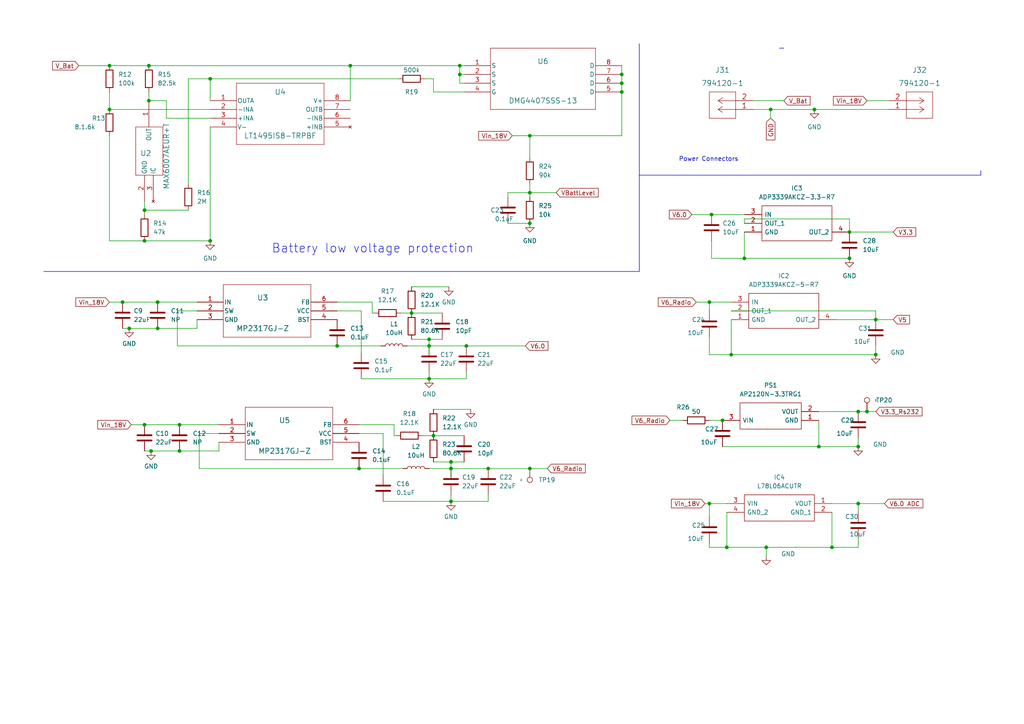
<source format=kicad_sch>
(kicad_sch (version 20231120) (generator "eeschema") (generator_version "8.0")
  (paper "A4")
  (title_block (title "LASSITOS power + connections") (date "2023-02-26") (rev "V1") (company "by Achille Capelli"))
  (lib_symbols
    (symbol "794120-1:794120-1" (pin_names (offset 0.254) hide)
      (property "Reference" "J" (at 8.89 6.35 0))
      (property "Value" "794120-1" (at 10.16 0 0))
      (symbol "794120-1_1_1"
        (polyline (pts (xy 5.08 -5.08) (xy 12.7 -5.08)) (stroke (width 0.127)))
        (polyline (pts (xy 5.08 2.54) (xy 5.08 -5.08)) (stroke (width 0.127)))
        (polyline (pts (xy 10.16 -2.54) (xy 5.08 -2.54)) (stroke (width 0.127)))
        (polyline (pts (xy 10.16 -2.54) (xy 8.89 -3.3782)) (stroke (width 0.127)))
        (polyline (pts (xy 10.16 -2.54) (xy 8.89 -1.7018)) (stroke (width 0.127)))
        (polyline (pts (xy 10.16 0) (xy 5.08 0)) (stroke (width 0.127)))
        (polyline (pts (xy 10.16 0) (xy 8.89 -0.8382)) (stroke (width 0.127)))
        (polyline (pts (xy 10.16 0) (xy 8.89 0.8382)) (stroke (width 0.127)))
        (polyline (pts (xy 12.7 -5.08) (xy 12.7 2.54)) (stroke (width 0.127)))
        (polyline (pts (xy 12.7 2.54) (xy 5.08 2.54)) (stroke (width 0.127)))
        (pin unspecified line (at 0 0 0) (length 5.08) (name "1") (number "1"))
        (pin unspecified line (at 0 -2.54 0) (length 5.08) (name "2") (number "2"))
      )
    )
    (symbol "Connector:TestPoint" (pin_numbers hide) (pin_names (offset 0.762) hide)
      (property "Reference" "TP" (at 0 6.858 0))
      (property "Value" "TestPoint" (at 0 5.08 0))
      (symbol "TestPoint_0_1"
        (circle (center 0 3.302) (radius 0.762))
      )
      (symbol "TestPoint_1_1"
        (pin passive line (at 0 0 90) (length 2.54) (name "1") (number "1"))
      )
    )
    (symbol "DMG4407SSS:DMG4407SSS-13" (pin_names (offset 0.254))
      (property "Reference" "U" (at 22.86 10.16 0))
      (property "Value" "DMG4407SSS-13" (at 22.86 7.62 0))
      (symbol "DMG4407SSS-13_0_1"
        (polyline (pts (xy 7.62 -12.7) (xy 38.1 -12.7)) (stroke (width 0.127)))
        (polyline (pts (xy 7.62 5.08) (xy 7.62 -12.7)) (stroke (width 0.127)))
        (polyline (pts (xy 38.1 -12.7) (xy 38.1 5.08)) (stroke (width 0.127)))
        (polyline (pts (xy 38.1 5.08) (xy 7.62 5.08)) (stroke (width 0.127)))
        (pin unspecified line (at 0 0 0) (length 7.62) (name "S") (number "1"))
        (pin unspecified line (at 0 -2.54 0) (length 7.62) (name "S") (number "2"))
        (pin unspecified line (at 0 -5.08 0) (length 7.62) (name "S") (number "3"))
        (pin unspecified line (at 0 -7.62 0) (length 7.62) (name "G") (number "4"))
        (pin unspecified line (at 45.72 -7.62 180) (length 7.62) (name "D") (number "5"))
        (pin unspecified line (at 45.72 -5.08 180) (length 7.62) (name "D") (number "6"))
        (pin unspecified line (at 45.72 -2.54 180) (length 7.62) (name "D") (number "7"))
        (pin unspecified line (at 45.72 0 180) (length 7.62) (name "D") (number "8"))
      )
    )
    (symbol "Device:C" (pin_numbers hide) (pin_names (offset 0.254))
      (property "Reference" "C" (at 0.635 2.54 0))
      (property "Value" "C" (at 0.635 -2.54 0))
      (symbol "C_0_1"
        (polyline (pts (xy -2.032 -0.762) (xy 2.032 -0.762)) (stroke (width 0.508)))
        (polyline (pts (xy -2.032 0.762) (xy 2.032 0.762)) (stroke (width 0.508)))
      )
      (symbol "C_1_1"
        (pin passive line (at 0 3.81 270) (length 2.794) (name "~") (number "1"))
        (pin passive line (at 0 -3.81 90) (length 2.794) (name "~") (number "2"))
      )
    )
    (symbol "Device:L" (pin_numbers hide) (pin_names (offset 1.016) hide)
      (property "Reference" "L" (at -1.27 0 90))
      (property "Value" "L" (at 1.905 0 90))
      (symbol "L_0_1"
        (arc (start 0 -2.54) (mid 0.6323 -1.905) (end 0 -1.27))
        (arc (start 0 -1.27) (mid 0.6323 -0.635) (end 0 0))
        (arc (start 0 0) (mid 0.6323 0.635) (end 0 1.27))
        (arc (start 0 1.27) (mid 0.6323 1.905) (end 0 2.54))
      )
      (symbol "L_1_1"
        (pin passive line (at 0 3.81 270) (length 1.27) (name "1") (number "1"))
        (pin passive line (at 0 -3.81 90) (length 1.27) (name "2") (number "2"))
      )
    )
    (symbol "Device:R" (pin_numbers hide) (pin_names (offset 0))
      (property "Reference" "R" (at 2.032 0 90))
      (property "Value" "R" (at 0 0 90))
      (symbol "R_0_1"
        (rectangle (start -1.016 -2.54) (end 1.016 2.54) (stroke (width 0.254)))
      )
      (symbol "R_1_1"
        (pin passive line (at 0 3.81 270) (length 1.27) (name "~") (number "1"))
        (pin passive line (at 0 -3.81 90) (length 1.27) (name "~") (number "2"))
      )
    )
    (symbol "LT1495IS8:LT1495IS8-TRPBF" (pin_names (offset 0.254))
      (property "Reference" "U" (at 20.32 10.16 0))
      (property "Value" "LT1495IS8-TRPBF" (at 20.32 7.62 0))
      (symbol "LT1495IS8-TRPBF_0_1"
        (polyline (pts (xy 7.62 -12.7) (xy 33.02 -12.7)) (stroke (width 0.127)))
        (polyline (pts (xy 7.62 5.08) (xy 7.62 -12.7)) (stroke (width 0.127)))
        (polyline (pts (xy 33.02 -12.7) (xy 33.02 5.08)) (stroke (width 0.127)))
        (polyline (pts (xy 33.02 5.08) (xy 7.62 5.08)) (stroke (width 0.127)))
        (pin output line (at 0 0 0) (length 7.62) (name "OUTA") (number "1"))
        (pin input line (at 0 -2.54 0) (length 7.62) (name "-INA") (number "2"))
        (pin input line (at 0 -5.08 0) (length 7.62) (name "+INA") (number "3"))
        (pin power_in line (at 0 -7.62 0) (length 7.62) (name "V-") (number "4"))
        (pin no_connect line (at 40.64 -7.62 180) (length 7.62) (name "+INB") (number "5"))
        (pin output line (at 40.64 -5.08 180) (length 7.62) (name "-INB") (number "6"))
        (pin output line (at 40.64 -2.54 180) (length 7.62) (name "OUTB") (number "7"))
        (pin power_in line (at 40.64 0 180) (length 7.62) (name "V+") (number "8"))
      )
    )
    (symbol "MAX6007AEUR:MAX6007AEUR+T" (pin_names (offset 0.254))
      (property "Reference" "U?" (at 6.35 -26.67 90))
      (property "Value" "MAX6007AEUR+T" (at 6.35 -30.48 90))
      (symbol "MAX6007AEUR+T_0_1"
        (polyline (pts (xy 7.62 -3.81) (xy 21.59 -3.81)) (stroke (width 0.127)))
        (polyline (pts (xy 7.62 4.064) (xy 7.62 -3.81)) (stroke (width 0.127)))
        (polyline (pts (xy 21.59 -3.81) (xy 21.59 4.064)) (stroke (width 0.127)))
        (polyline (pts (xy 21.59 4.064) (xy 7.62 4.064)) (stroke (width 0.127)))
        (pin unspecified line (at 0 0 0) (length 7.62) (name "OUT") (number "1"))
        (pin power_in line (at 29.21 -1.27 180) (length 7.62) (name "GND") (number "2"))
        (pin no_connect line (at 29.21 1.27 180) (length 7.62) (name "IC") (number "3"))
      )
    )
    (symbol "MP2317GJ:MP2317GJ-Z" (pin_names (offset 0.254))
      (property "Reference" "U" (at 20.32 10.16 0))
      (property "Value" "MP2317GJ-Z" (at 20.32 7.62 0))
      (symbol "MP2317GJ-Z_0_1"
        (polyline (pts (xy 7.62 -10.16) (xy 33.02 -10.16)) (stroke (width 0.127)))
        (polyline (pts (xy 7.62 5.08) (xy 7.62 -10.16)) (stroke (width 0.127)))
        (polyline (pts (xy 33.02 -10.16) (xy 33.02 5.08)) (stroke (width 0.127)))
        (polyline (pts (xy 33.02 5.08) (xy 7.62 5.08)) (stroke (width 0.127)))
        (pin power_in line (at 0 0 0) (length 7.62) (name "IN") (number "1"))
        (pin output line (at 0 -2.54 0) (length 7.62) (name "SW") (number "2"))
        (pin power_out line (at 0 -5.08 0) (length 7.62) (name "GND") (number "3"))
        (pin unspecified line (at 40.64 -5.08 180) (length 7.62) (name "BST") (number "4"))
        (pin power_in line (at 40.64 -2.54 180) (length 7.62) (name "VCC") (number "5"))
        (pin output line (at 40.64 0 180) (length 7.62) (name "FB") (number "6"))
      )
    )
    (symbol "SamacSys_Parts:ADP3339AKCZ-3.3-R7" (pin_names (offset 0.762))
      (property "Reference" "IC" (at 26.67 7.62 0))
      (property "Value" "ADP3339AKCZ-3.3-R7" (at 26.67 5.08 0))
      (symbol "ADP3339AKCZ-3.3-R7_0_0"
        (pin passive line (at 0 0 0) (length 5.08) (name "GND") (number "1"))
        (pin passive line (at 0 -2.54 0) (length 5.08) (name "OUT_1") (number "2"))
        (pin passive line (at 0 -5.08 0) (length 5.08) (name "IN") (number "3"))
        (pin passive line (at 30.48 0 180) (length 5.08) (name "OUT_2") (number "4"))
      )
      (symbol "ADP3339AKCZ-3.3-R7_0_1"
        (polyline (pts (xy 5.08 2.54) (xy 25.4 2.54) (xy 25.4 -7.62) (xy 5.08 -7.62) (xy 5.08 2.54)) (stroke (width 0.1524)))
      )
    )
    (symbol "SamacSys_Parts:AP2120N-3.3TRG1" (pin_names (offset 0.762))
      (property "Reference" "PS" (at 24.13 7.62 0))
      (property "Value" "AP2120N-3.3TRG1" (at 24.13 5.08 0))
      (symbol "AP2120N-3.3TRG1_0_0"
        (pin passive line (at 0 0 0) (length 5.08) (name "GND") (number "1"))
        (pin passive line (at 0 -2.54 0) (length 5.08) (name "VOUT") (number "2"))
        (pin passive line (at 27.94 0 180) (length 5.08) (name "VIN") (number "3"))
      )
      (symbol "AP2120N-3.3TRG1_0_1"
        (polyline (pts (xy 5.08 2.54) (xy 22.86 2.54) (xy 22.86 -5.08) (xy 5.08 -5.08) (xy 5.08 2.54)) (stroke (width 0.1524)))
      )
    )
    (symbol "SamacSys_Parts:L78L06ACUTR" (pin_names (offset 0.762))
      (property "Reference" "IC" (at 26.67 7.62 0))
      (property "Value" "L78L06ACUTR" (at 26.67 5.08 0))
      (symbol "L78L06ACUTR_0_0"
        (pin passive line (at 0 0 0) (length 5.08) (name "VOUT") (number "1"))
        (pin passive line (at 0 -2.54 0) (length 5.08) (name "GND_1") (number "2"))
        (pin passive line (at 30.48 0 180) (length 5.08) (name "VIN") (number "3"))
        (pin passive line (at 30.48 -2.54 180) (length 5.08) (name "GND_2") (number "4"))
      )
      (symbol "L78L06ACUTR_0_1"
        (polyline (pts (xy 5.08 2.54) (xy 25.4 2.54) (xy 25.4 -5.08) (xy 5.08 -5.08) (xy 5.08 2.54)) (stroke (width 0.1524)))
      )
    )
    (symbol "power:GND" (power) (pin_names (offset 0))
      (property "Value" "GND" (at 0 -3.81 0))
      (symbol "GND_0_1"
        (polyline (pts (xy 0 0) (xy 0 -1.27) (xy 1.27 -1.27) (xy 0 -2.54) (xy -1.27 -1.27) (xy 0 -1.27)))
      )
      (symbol "GND_1_1"
        (pin power_in line (at 0 0 270) (length 0) hide (name "GND") (number "1"))
      )
    )
  )
  (junction (at 153.67 135.89))
  (junction (at 246.38 67.31))
  (junction (at 43.18 29.21))
  (junction (at 124.46 109.855))
  (junction (at 52.07 130.81))
  (junction (at 223.52 31.75))
  (junction (at 153.67 64.77))
  (junction (at 180.34 26.67))
  (junction (at 254 102.87))
  (junction (at 43.18 19.05))
  (junction (at 101.6 19.05))
  (junction (at 133.35 19.05))
  (junction (at 37.465 95.25))
  (junction (at 119.38 90.805))
  (junction (at 248.92 146.05))
  (junction (at 241.3 158.75))
  (junction (at 180.34 24.13))
  (junction (at 104.14 135.89))
  (junction (at 31.75 19.05))
  (junction (at 246.38 74.93))
  (junction (at 125.73 126.365))
  (junction (at 251.46 119.38))
  (junction (at 254 92.71))
  (junction (at 141.605 135.89))
  (junction (at 124.46 100.33))
  (junction (at 41.91 123.19))
  (junction (at 130.81 135.89))
  (junction (at 43.815 130.81))
  (junction (at 248.92 129.54))
  (junction (at 237.49 129.54))
  (junction (at 153.67 39.37))
  (junction (at 130.81 133.985))
  (junction (at 205.74 146.05))
  (junction (at 130.81 145.415))
  (junction (at 205.74 87.63))
  (junction (at 248.92 119.38))
  (junction (at 97.79 100.33))
  (junction (at 35.56 87.63))
  (junction (at 133.35 21.59))
  (junction (at 215.9 74.93))
  (junction (at 206.375 62.23))
  (junction (at 41.91 60.96))
  (junction (at 60.96 22.86))
  (junction (at 209.55 121.92))
  (junction (at 60.96 69.85))
  (junction (at 236.22 31.75))
  (junction (at 52.07 123.19))
  (junction (at 45.72 87.63))
  (junction (at 135.255 100.33))
  (junction (at 45.72 95.25))
  (junction (at 222.25 158.75))
  (junction (at 41.91 69.85))
  (junction (at 124.46 98.425))
  (junction (at 210.82 158.75))
  (junction (at 212.09 102.87))
  (junction (at 31.75 31.75))
  (junction (at 153.67 55.88))
  (junction (at 180.34 21.59))
  (wire (pts (xy 248.92 129.54) (xy 248.92 127)))
  (wire (pts (xy 31.75 26.67) (xy 31.75 31.75)))
  (wire (pts (xy 215.9 64.77) (xy 215.9 63.5)))
  (wire (pts (xy 124.46 97.79) (xy 124.46 98.425)))
  (wire (pts (xy 122.555 126.365) (xy 125.73 126.365)))
  (wire (pts (xy 218.44 29.21) (xy 227.33 29.21)))
  (wire (pts (xy 236.22 31.75) (xy 257.81 31.75)))
  (wire (pts (xy 248.92 156.21) (xy 248.92 158.75)))
  (wire (pts (xy 222.25 158.75) (xy 241.3 158.75)))
  (wire (pts (xy 57.785 135.89) (xy 104.14 135.89)))
  (wire (pts (xy 111.125 145.415) (xy 130.81 145.415)))
  (wire (pts (xy 133.35 19.05) (xy 134.62 19.05)))
  (wire (pts (xy 210.82 158.75) (xy 222.25 158.75)))
  (wire (pts (xy 206.375 74.93) (xy 206.375 69.85)))
  (polyline (pts (xy 185.42 12.7) (xy 185.42 78.74)))
  (wire (pts (xy 254 102.87) (xy 254 100.33)))
  (wire (pts (xy 246.38 63.5) (xy 246.38 67.31)))
  (wire (pts (xy 141.605 145.415) (xy 130.81 145.415)))
  (wire (pts (xy 153.67 55.88) (xy 147.32 55.88)))
  (wire (pts (xy 205.74 87.63) (xy 205.74 90.17)))
  (wire (pts (xy 147.32 55.88) (xy 147.32 57.15)))
  (wire (pts (xy 133.35 24.13) (xy 134.62 24.13)))
  (wire (pts (xy 101.6 19.05) (xy 133.35 19.05)))
  (wire (pts (xy 124.46 100.33) (xy 135.255 100.33)))
  (wire (pts (xy 54.61 53.34) (xy 54.61 22.86)))
  (wire (pts (xy 35.56 87.63) (xy 45.72 87.63)))
  (wire (pts (xy 210.82 158.75) (xy 205.74 158.75)))
  (wire (pts (xy 48.26 29.21) (xy 43.18 29.21)))
  (wire (pts (xy 111.125 125.73) (xy 111.125 137.795)))
  (wire (pts (xy 205.74 87.63) (xy 212.09 87.63)))
  (wire (pts (xy 52.07 130.81) (xy 63.5 130.81)))
  (wire (pts (xy 104.775 90.17) (xy 104.775 102.235)))
  (wire (pts (xy 107.95 90.805) (xy 108.585 90.805)))
  (wire (pts (xy 141.605 143.51) (xy 141.605 145.415)))
  (wire (pts (xy 124.46 98.425) (xy 128.27 98.425)))
  (wire (pts (xy 248.92 146.05) (xy 256.54 146.05)))
  (wire (pts (xy 135.255 109.855) (xy 124.46 109.855)))
  (wire (pts (xy 54.61 22.86) (xy 60.96 22.86)))
  (wire (pts (xy 124.46 109.855) (xy 124.46 107.95)))
  (wire (pts (xy 119.38 98.425) (xy 124.46 98.425)))
  (wire (pts (xy 133.35 21.59) (xy 133.35 24.13)))
  (wire (pts (xy 119.38 83.185) (xy 130.175 83.185)))
  (wire (pts (xy 194.31 121.92) (xy 198.12 121.92)))
  (wire (pts (xy 210.82 148.59) (xy 210.82 158.75)))
  (wire (pts (xy 97.79 100.33) (xy 110.49 100.33)))
  (wire (pts (xy 114.3 123.19) (xy 114.3 126.365)))
  (wire (pts (xy 130.81 135.89) (xy 141.605 135.89)))
  (wire (pts (xy 153.67 53.34) (xy 153.67 55.88)))
  (wire (pts (xy 41.91 60.96) (xy 54.61 60.96)))
  (wire (pts (xy 215.9 74.93) (xy 206.375 74.93)))
  (wire (pts (xy 116.205 90.805) (xy 119.38 90.805)))
  (wire (pts (xy 125.73 118.745) (xy 136.525 118.745)))
  (wire (pts (xy 242.57 92.71) (xy 254 92.71)))
  (wire (pts (xy 31.75 69.85) (xy 41.91 69.85)))
  (wire (pts (xy 251.46 119.38) (xy 248.92 119.38)))
  (wire (pts (xy 124.46 98.425) (xy 124.46 100.33)))
  (wire (pts (xy 124.46 100.33) (xy 124.46 102.87)))
  (wire (pts (xy 153.67 55.88) (xy 153.67 57.15)))
  (wire (pts (xy 31.75 19.05) (xy 43.18 19.05)))
  (polyline (pts (xy 12.7 78.74) (xy 185.42 78.74)))
  (wire (pts (xy 200.66 62.23) (xy 206.375 62.23)))
  (wire (pts (xy 41.91 58.42) (xy 41.91 60.96)))
  (wire (pts (xy 104.14 125.73) (xy 111.125 125.73)))
  (wire (pts (xy 48.26 34.29) (xy 48.26 29.21)))
  (wire (pts (xy 222.25 158.75) (xy 222.25 161.29)))
  (wire (pts (xy 101.6 19.05) (xy 101.6 29.21)))
  (wire (pts (xy 241.3 146.05) (xy 248.92 146.05)))
  (wire (pts (xy 130.81 145.415) (xy 130.81 143.51)))
  (wire (pts (xy 37.465 95.25) (xy 45.72 95.25)))
  (wire (pts (xy 259.08 92.71) (xy 254 92.71)))
  (wire (pts (xy 205.74 102.87) (xy 212.09 102.87)))
  (wire (pts (xy 205.74 146.05) (xy 210.82 146.05)))
  (wire (pts (xy 125.73 133.985) (xy 130.81 133.985)))
  (wire (pts (xy 205.74 157.48) (xy 205.74 158.75)))
  (wire (pts (xy 212.09 90.17) (xy 254 90.17)))
  (wire (pts (xy 205.74 97.79) (xy 205.74 102.87)))
  (wire (pts (xy 147.32 64.77) (xy 153.67 64.77)))
  (wire (pts (xy 180.34 26.67) (xy 180.34 39.37)))
  (wire (pts (xy 22.86 19.05) (xy 31.75 19.05)))
  (wire (pts (xy 237.49 121.92) (xy 237.49 129.54)))
  (wire (pts (xy 45.72 95.25) (xy 57.15 95.25)))
  (wire (pts (xy 254 90.17) (xy 254 92.71)))
  (wire (pts (xy 57.15 92.71) (xy 57.15 95.25)))
  (wire (pts (xy 104.775 109.855) (xy 124.46 109.855)))
  (wire (pts (xy 31.75 31.75) (xy 60.96 31.75)))
  (wire (pts (xy 246.38 74.93) (xy 215.9 74.93)))
  (wire (pts (xy 205.74 121.92) (xy 209.55 121.92)))
  (wire (pts (xy 118.11 100.33) (xy 124.46 100.33)))
  (wire (pts (xy 97.79 90.17) (xy 104.775 90.17)))
  (wire (pts (xy 135.255 100.33) (xy 152.4 100.33)))
  (wire (pts (xy 130.81 133.985) (xy 134.62 133.985)))
  (wire (pts (xy 153.67 39.37) (xy 153.67 45.72)))
  (wire (pts (xy 31.75 39.37) (xy 31.75 69.85)))
  (wire (pts (xy 180.34 24.13) (xy 180.34 21.59)))
  (wire (pts (xy 180.34 21.59) (xy 180.34 19.05)))
  (wire (pts (xy 41.91 60.96) (xy 41.91 62.23)))
  (wire (pts (xy 180.34 39.37) (xy 153.67 39.37)))
  (wire (pts (xy 52.07 123.19) (xy 63.5 123.19)))
  (wire (pts (xy 104.14 123.19) (xy 114.3 123.19)))
  (wire (pts (xy 201.93 87.63) (xy 205.74 87.63)))
  (wire (pts (xy 204.47 146.05) (xy 205.74 146.05)))
  (wire (pts (xy 97.79 87.63) (xy 107.95 87.63)))
  (wire (pts (xy 123.19 22.86) (xy 125.73 22.86)))
  (polyline (pts (xy 284.48 49.53) (xy 284.48 50.8)))
  (wire (pts (xy 148.59 39.37) (xy 153.67 39.37)))
  (wire (pts (xy 60.96 36.83) (xy 60.96 69.85)))
  (wire (pts (xy 51.435 90.17) (xy 51.435 100.33)))
  (wire (pts (xy 43.18 19.05) (xy 101.6 19.05)))
  (wire (pts (xy 215.9 67.31) (xy 215.9 74.93)))
  (wire (pts (xy 153.67 135.89) (xy 158.75 135.89)))
  (wire (pts (xy 51.435 90.17) (xy 57.15 90.17)))
  (wire (pts (xy 215.9 63.5) (xy 246.38 63.5)))
  (wire (pts (xy 135.255 107.95) (xy 135.255 109.855)))
  (wire (pts (xy 41.91 69.85) (xy 60.96 69.85)))
  (wire (pts (xy 130.81 133.985) (xy 130.81 135.89)))
  (wire (pts (xy 43.18 26.67) (xy 43.18 29.21)))
  (wire (pts (xy 248.92 148.59) (xy 248.92 146.05)))
  (wire (pts (xy 38.1 123.19) (xy 41.91 123.19)))
  (wire (pts (xy 125.73 26.67) (xy 125.73 22.86)))
  (wire (pts (xy 41.91 123.19) (xy 52.07 123.19)))
  (wire (pts (xy 223.52 31.75) (xy 223.52 34.29)))
  (wire (pts (xy 35.56 95.25) (xy 37.465 95.25)))
  (polyline (pts (xy 226.06 13.97) (xy 227.33 13.97)))
  (wire (pts (xy 51.435 100.33) (xy 97.79 100.33)))
  (wire (pts (xy 206.375 62.23) (xy 215.9 62.23)))
  (wire (pts (xy 212.09 102.87) (xy 254 102.87)))
  (wire (pts (xy 134.62 26.67) (xy 125.73 26.67)))
  (wire (pts (xy 251.46 29.21) (xy 257.81 29.21)))
  (wire (pts (xy 237.49 129.54) (xy 248.92 129.54)))
  (wire (pts (xy 218.44 31.75) (xy 223.52 31.75)))
  (wire (pts (xy 60.96 22.86) (xy 115.57 22.86)))
  (wire (pts (xy 119.38 90.805) (xy 128.27 90.805)))
  (wire (pts (xy 223.52 31.75) (xy 236.22 31.75)))
  (wire (pts (xy 237.49 119.38) (xy 248.92 119.38)))
  (wire (pts (xy 153.67 55.88) (xy 161.29 55.88)))
  (wire (pts (xy 141.605 135.89) (xy 153.67 135.89)))
  (wire (pts (xy 60.96 22.86) (xy 60.96 29.21)))
  (wire (pts (xy 124.46 135.89) (xy 130.81 135.89)))
  (wire (pts (xy 125.73 126.365) (xy 134.62 126.365)))
  (wire (pts (xy 48.26 34.29) (xy 60.96 34.29)))
  (wire (pts (xy 63.5 128.27) (xy 63.5 130.81)))
  (wire (pts (xy 41.91 130.81) (xy 43.815 130.81)))
  (wire (pts (xy 114.3 126.365) (xy 114.935 126.365)))
  (wire (pts (xy 205.74 149.86) (xy 205.74 146.05)))
  (wire (pts (xy 209.55 129.54) (xy 237.49 129.54)))
  (wire (pts (xy 130.81 135.89) (xy 130.81 138.43)))
  (wire (pts (xy 45.72 87.63) (xy 57.15 87.63)))
  (wire (pts (xy 104.14 135.89) (xy 116.84 135.89)))
  (wire (pts (xy 259.08 67.31) (xy 246.38 67.31)))
  (wire (pts (xy 133.35 21.59) (xy 133.35 19.05)))
  (polyline (pts (xy 185.42 50.8) (xy 284.48 50.8)))
  (wire (pts (xy 133.35 21.59) (xy 134.62 21.59)))
  (wire (pts (xy 57.785 125.73) (xy 57.785 135.89)))
  (wire (pts (xy 212.09 92.71) (xy 212.09 102.87)))
  (wire (pts (xy 241.3 148.59) (xy 241.3 158.75)))
  (wire (pts (xy 254 119.38) (xy 251.46 119.38)))
  (wire (pts (xy 57.785 125.73) (xy 63.5 125.73)))
  (wire (pts (xy 130.81 133.35) (xy 130.81 133.985)))
  (wire (pts (xy 107.95 87.63) (xy 107.95 90.805)))
  (wire (pts (xy 43.815 130.81) (xy 52.07 130.81)))
  (wire (pts (xy 31.75 87.63) (xy 35.56 87.63)))
  (wire (pts (xy 180.34 26.67) (xy 180.34 24.13)))
  (wire (pts (xy 241.3 158.75) (xy 248.92 158.75)))
  (text "Battery low voltage protection" (at 78.74 73.66 0) (effects (font (size 2.54 2.54)) (justify left bottom)))
  (text "Power Connectors" (at 196.85 46.99 0) (effects (font (size 1.27 1.27)) (justify left bottom)))
  (global_label "V6_Radio" (shape input) (at 158.75 135.89 0) (property "Intersheetrefs" "${INTERSHEET_REFS}" (effects (hide yes))))
  (global_label "GND" (shape input) (at 223.52 34.29 270) (property "Intersheetrefs" "${INTERSHEET_REFS}" (effects (hide yes))))
  (global_label "V3.3" (shape input) (at 259.08 67.31 0) (property "Intersheetrefs" "${INTERSHEET_REFS}" (effects (hide yes))))
  (global_label "VBattLevel" (shape input) (at 161.29 55.88 0) (property "Intersheetrefs" "${INTERSHEET_REFS}" (effects (hide yes))))
  (global_label "Vin_18V" (shape input) (at 251.46 29.21 180) (property "Intersheetrefs" "${INTERSHEET_REFS}" (effects (hide yes))))
  (global_label "V6_Radio" (shape input) (at 194.31 121.92 180) (property "Intersheetrefs" "${INTERSHEET_REFS}" (effects (hide yes))))
  (global_label "Vin_18V" (shape input) (at 148.59 39.37 180) (property "Intersheetrefs" "${INTERSHEET_REFS}" (effects (hide yes))))
  (global_label "V_Bat" (shape input) (at 227.33 29.21 0) (property "Intersheetrefs" "${INTERSHEET_REFS}" (effects (hide yes))))
  (global_label "V3.3_Rs232" (shape input) (at 254 119.38 0) (property "Intersheetrefs" "${INTERSHEET_REFS}" (effects (hide yes))))
  (global_label "V6.0" (shape input) (at 200.66 62.23 180) (property "Intersheetrefs" "${INTERSHEET_REFS}" (effects (hide yes))))
  (global_label "V5" (shape input) (at 259.08 92.71 0) (property "Intersheetrefs" "${INTERSHEET_REFS}" (effects (hide yes))))
  (global_label "V6.0 ADC" (shape input) (at 256.54 146.05 0) (property "Intersheetrefs" "${INTERSHEET_REFS}" (effects (hide yes))))
  (global_label "Vin_18V" (shape input) (at 38.1 123.19 180) (property "Intersheetrefs" "${INTERSHEET_REFS}" (effects (hide yes))))
  (global_label "Vin_18V" (shape input) (at 31.75 87.63 180) (property "Intersheetrefs" "${INTERSHEET_REFS}" (effects (hide yes))))
  (global_label "Vin_18V" (shape input) (at 204.47 146.05 180) (property "Intersheetrefs" "${INTERSHEET_REFS}" (effects (hide yes))))
  (global_label "V_Bat" (shape input) (at 22.86 19.05 180) (property "Intersheetrefs" "${INTERSHEET_REFS}" (effects (hide yes))))
  (global_label "V6_Radio" (shape input) (at 201.93 87.63 180) (property "Intersheetrefs" "${INTERSHEET_REFS}" (effects (hide yes))))
  (global_label "V6.0" (shape input) (at 152.4 100.33 0) (property "Intersheetrefs" "${INTERSHEET_REFS}" (effects (hide yes))))
  (symbol (lib_id "Device:C") (at 205.74 153.67 0) (unit 1)
    (property "Reference" "C25" (at 200.66 152.4 0) (effects (justify left)))
    (property "Value" "10uF" (at 199.39 156.21 0) (effects (justify left)))
    (property "Footprint" "Capacitor_SMD:C_0603_1608Metric" (effects (hide yes)))
    (instances (project "ESP32_power_connections_V2" (path "" (reference "C25") (unit 1))) (project "SigGen_AD9102_I2C" (path "" (reference "C37") (unit 1))))
  )
  (symbol (lib_id "Device:C") (at 128.27 94.615 0) (unit 1)
    (property "Reference" "C18" (at 132.08 93.3449 0) (effects (justify left)))
    (property "Value" "10pF" (at 132.08 95.8849 0) (effects (justify left)))
    (property "Footprint" "Capacitor_SMD:C_0603_1608Metric" (effects (hide yes)))
  )
  (symbol (lib_id "Device:C") (at 246.38 71.12 0) (unit 1)
    (property "Reference" "C28" (at 250.19 69.8499 0) (effects (justify left)))
    (property "Value" "10uF" (at 250.19 72.3899 0) (effects (justify left)))
    (property "Footprint" "Capacitor_SMD:C_0603_1608Metric" (effects (hide yes)))
  )
  (symbol (lib_id "MP2317GJ:MP2317GJ-Z") (at 63.5 123.19 0) (unit 1)
    (property "Reference" "U5" (at 82.55 121.92 0) (effects (font (size 1.524 1.524))))
    (property "Value" "MP2317GJ-Z" (at 82.55 130.81 0) (effects (font (size 1.524 1.524))))
    (property "Footprint" "library_components:TSOT23-6_MPS_MNP" (effects (hide yes)))
    (property "Datasheet" "MP2317GJ-Z" (effects (hide yes)))
  )
  (symbol (lib_id "Device:R") (at 125.73 130.175 180) (unit 1)
    (property "Reference" "R23" (at 128.27 128.9049 0) (effects (justify right)))
    (property "Value" "80.6K" (at 128.27 131.4449 0) (effects (justify right)))
    (property "Footprint" "Resistor_SMD:R_0603_1608Metric" (effects (hide yes)))
  )
  (symbol (lib_id "794120-1:794120-1") (at 218.44 31.75 180) (unit 1)
    (property "Reference" "J31" (at 209.55 20.32 0) (effects (font (size 1.524 1.524))))
    (property "Value" "794120-1" (at 209.55 24.13 0) (effects (font (size 1.524 1.524))))
    (property "Footprint" "library_components:794120-1" (effects (hide yes)))
  )
  (symbol (lib_id "Device:R") (at 118.745 126.365 90) (unit 1)
    (property "Reference" "R18" (at 118.745 120.015 90))
    (property "Value" "12.1K" (at 118.745 122.555 90))
    (property "Footprint" "Resistor_SMD:R_0603_1608Metric" (effects (hide yes)))
  )
  (symbol (lib_id "Device:C") (at 209.55 125.73 0) (unit 1)
    (property "Reference" "C27" (at 204.47 124.46 0) (effects (justify left)))
    (property "Value" "10uF" (at 203.2 128.27 0) (effects (justify left)))
    (property "Footprint" "Capacitor_SMD:C_0603_1608Metric" (effects (hide yes)))
  )
  (symbol (lib_id "Device:R") (at 153.67 49.53 0) (unit 1)
    (property "Reference" "R24" (at 156.21 48.2599 0) (effects (justify left)))
    (property "Value" "90k" (at 156.21 50.7999 0) (effects (justify left)))
    (property "Footprint" "Resistor_SMD:R_0603_1608Metric" (effects (hide yes)))
  )
  (symbol (lib_id "SamacSys_Parts:ADP3339AKCZ-3.3-R7") (at 212.09 92.71 0) (mirror x) (unit 1)
    (property "Reference" "IC2" (at 227.33 80.01 0))
    (property "Value" "ADP3339AKCZ-5-R7" (at 227.33 82.55 0))
    (property "Footprint" "library_components:SOT230P700X180-4N" (effects (hide yes)))
    (property "Datasheet" "http://www.analog.com/static/imported-files/data_sheets/ADP3339.pdf" (effects (hide yes)))
    (property "Description" "ADP3339AKCZ-3.3-R7, Low Dropout Voltage Regulator, 1.5A, 3.3 V +/-0.9%, 2.8  6 Vin, 4-Pin SOT-223" (effects (hide yes)))
    (property "Height" "1.8" (effects (hide yes)))
    (property "Mouser Part Number" "584-ADP3339AKCZ3.3R7" (effects (hide yes)))
    (property "Mouser Price/Stock" "https://www.mouser.co.uk/ProductDetail/Analog-Devices/ADP3339AKCZ-3.3-R7?qs=WIvQP4zGanhoxUECVzDnsA%3D%3D" (effects (hide yes)))
    (property "Manufacturer_Name" "Analog Devices" (effects (hide yes)))
    (property "Manufacturer_Part_Number" "ADP3339AKCZ-3.3-R7" (effects (hide yes)))
  )
  (symbol (lib_id "Device:C") (at 147.32 60.96 0) (unit 1)
    (property "Reference" "C23" (at 142.24 60.96 0) (effects (justify left)))
    (property "Value" "0.1uF" (at 143.51 63.5 0) (effects (justify left)))
    (property "Footprint" "Capacitor_SMD:C_0603_1608Metric" (effects (hide yes)))
  )
  (symbol (lib_id "Device:R") (at 119.38 94.615 180) (unit 1)
    (property "Reference" "R21" (at 121.92 93.3449 0) (effects (justify right)))
    (property "Value" "80.6K" (at 121.92 95.8849 0) (effects (justify right)))
    (property "Footprint" "Resistor_SMD:R_0603_1608Metric" (effects (hide yes)))
  )
  (symbol (lib_id "Device:R") (at 153.67 60.96 0) (unit 1)
    (property "Reference" "R25" (at 156.21 59.6899 0) (effects (justify left)))
    (property "Value" "10k" (at 156.21 62.2299 0) (effects (justify left)))
    (property "Footprint" "Resistor_SMD:R_0603_1608Metric" (effects (hide yes)))
  )
  (symbol (lib_id "Device:C") (at 134.62 130.175 0) (unit 1)
    (property "Reference" "C20" (at 138.43 128.9049 0) (effects (justify left)))
    (property "Value" "10pF" (at 138.43 131.4449 0) (effects (justify left)))
    (property "Footprint" "Capacitor_SMD:C_0603_1608Metric" (effects (hide yes)))
  )
  (symbol (lib_id "power:GND") (at 246.38 74.93 0) (unit 1)
    (property "Reference" "#PWR035" (effects (hide yes)))
    (property "Value" "GND" (at 246.38 80.01 0))
  )
  (symbol (lib_id "power:GND") (at 43.815 130.81 0) (unit 1)
    (property "Reference" "#PWR026" (effects (hide yes)))
    (property "Value" "GND" (at 43.815 135.255 0))
  )
  (symbol (lib_id "Device:R") (at 125.73 122.555 180) (unit 1)
    (property "Reference" "R22" (at 128.27 121.2849 0) (effects (justify right)))
    (property "Value" "12.1K" (at 128.27 123.8249 0) (effects (justify right)))
    (property "Footprint" "Resistor_SMD:R_0603_1608Metric" (effects (hide yes)))
  )
  (symbol (lib_id "Device:C") (at 97.79 96.52 0) (unit 1)
    (property "Reference" "C13" (at 101.6 95.2499 0) (effects (justify left)))
    (property "Value" "0.1uF" (at 101.6 97.7899 0) (effects (justify left)))
    (property "Footprint" "Capacitor_SMD:C_0603_1608Metric" (effects (hide yes)))
  )
  (symbol (lib_id "power:GND") (at 130.175 83.185 0) (unit 1)
    (property "Reference" "#PWR029" (effects (hide yes)))
    (property "Value" "GND" (at 130.175 87.63 0))
  )
  (symbol (lib_id "Device:R") (at 43.18 22.86 0) (unit 1)
    (property "Reference" "R15" (at 45.72 21.5899 0) (effects (justify left)))
    (property "Value" "82.5k" (at 45.72 24.1299 0) (effects (justify left)))
    (property "Footprint" "Resistor_SMD:R_0603_1608Metric" (effects (hide yes)))
  )
  (symbol (lib_id "Device:C") (at 248.92 152.4 0) (unit 1)
    (property "Reference" "C30" (at 245.11 149.86 0) (effects (justify left)))
    (property "Value" "10uF" (at 246.38 154.94 0) (effects (justify left)))
    (property "Footprint" "Capacitor_SMD:C_0603_1608Metric" (effects (hide yes)))
    (instances (project "ESP32_power_connections_V2" (path "" (reference "C30") (unit 1))) (project "SigGen_AD9102_I2C" (path "" (reference "C38") (unit 1))))
  )
  (symbol (lib_id "Device:C") (at 135.255 104.14 0) (unit 1)
    (property "Reference" "C21" (at 138.43 102.8699 0) (effects (justify left)))
    (property "Value" "22uF" (at 138.43 105.4099 0) (effects (justify left)))
    (property "Footprint" "Capacitor_SMD:C_0805_2012Metric" (effects (hide yes)))
  )
  (symbol (lib_id "Device:C") (at 104.775 106.045 0) (unit 1)
    (property "Reference" "C15" (at 108.585 104.7749 0) (effects (justify left)))
    (property "Value" "0.1uF" (at 108.585 107.3149 0) (effects (justify left)))
    (property "Footprint" "Capacitor_SMD:C_0603_1608Metric" (effects (hide yes)))
  )
  (symbol (lib_id "Device:C") (at 254 96.52 0) (unit 1)
    (property "Reference" "C31" (at 248.92 95.25 0) (effects (justify left)))
    (property "Value" "10uF" (at 247.65 99.06 0) (effects (justify left)))
    (property "Footprint" "Capacitor_SMD:C_0603_1608Metric" (effects (hide yes)))
  )
  (symbol (lib_id "SamacSys_Parts:L78L06ACUTR") (at 241.3 146.05 0) (mirror y) (unit 1)
    (property "Reference" "IC4" (at 226.06 138.43 0))
    (property "Value" "L78L06ACUTR" (at 226.06 140.97 0))
    (property "Footprint" "SamacSys_Parts:L78L06ACUTR" (effects (hide yes)))
    (property "Datasheet" "https://www.st.com/resource/en/datasheet/l78l.pdf" (effects (hide yes)))
    (property "Description" "Linear Voltage Regulators 6.0V 0.1A Positive" (effects (hide yes)))
    (property "Height" "1.6" (effects (hide yes)))
    (property "Mouser Part Number" "511-L78L06ACU-TR" (effects (hide yes)))
    (property "Mouser Price/Stock" "https://www.mouser.co.uk/ProductDetail/STMicroelectronics/L78L06ACUTR?qs=88ob4s58k7kBhUIFpm%2FLqw%3D%3D" (effects (hide yes)))
    (property "Manufacturer_Name" "STMicroelectronics" (effects (hide yes)))
    (property "Manufacturer_Part_Number" "L78L06ACUTR" (effects (hide yes)))
    (instances (project "ESP32_power_connections_V2" (path "" (reference "IC4") (unit 1))) (project "SigGen_AD9102_I2C" (path "" (reference "IC7") (unit 1))))
  )
  (symbol (lib_id "Device:C") (at 35.56 91.44 0) (unit 1)
    (property "Reference" "C9" (at 38.735 90.1699 0) (effects (justify left)))
    (property "Value" "22uF" (at 38.735 92.7099 0) (effects (justify left)))
    (property "Footprint" "Capacitor_SMD:C_0805_2012Metric" (effects (hide yes)))
  )
  (symbol (lib_id "Device:C") (at 141.605 139.7 0) (unit 1)
    (property "Reference" "C22" (at 144.78 138.4299 0) (effects (justify left)))
    (property "Value" "22uF" (at 144.78 140.9699 0) (effects (justify left)))
    (property "Footprint" "Capacitor_SMD:C_0805_2012Metric" (effects (hide yes)))
  )
  (symbol (lib_id "power:GND") (at 153.67 64.77 0) (unit 1)
    (property "Reference" "#PWR032" (effects (hide yes)))
    (property "Value" "GND" (at 153.67 69.85 0))
  )
  (symbol (lib_id "SamacSys_Parts:ADP3339AKCZ-3.3-R7") (at 215.9 67.31 0) (mirror x) (unit 1)
    (property "Reference" "IC3" (at 231.14 54.61 0))
    (property "Value" "ADP3339AKCZ-3.3-R7" (at 231.14 57.15 0))
    (property "Footprint" "library_components:SOT230P700X180-4N" (effects (hide yes)))
    (property "Datasheet" "http://www.analog.com/static/imported-files/data_sheets/ADP3339.pdf" (effects (hide yes)))
    (property "Description" "ADP3339AKCZ-3.3-R7, Low Dropout Voltage Regulator, 1.5A, 3.3 V +/-0.9%, 2.8  6 Vin, 4-Pin SOT-223" (effects (hide yes)))
    (property "Height" "1.8" (effects (hide yes)))
    (property "Mouser Part Number" "584-ADP3339AKCZ3.3R7" (effects (hide yes)))
    (property "Mouser Price/Stock" "https://www.mouser.co.uk/ProductDetail/Analog-Devices/ADP3339AKCZ-3.3-R7?qs=WIvQP4zGanhoxUECVzDnsA%3D%3D" (effects (hide yes)))
    (property "Manufacturer_Name" "Analog Devices" (effects (hide yes)))
    (property "Manufacturer_Part_Number" "ADP3339AKCZ-3.3-R7" (effects (hide yes)))
  )
  (symbol (lib_id "Device:C") (at 206.375 66.04 0) (unit 1)
    (property "Reference" "C26" (at 209.55 64.7699 0) (effects (justify left)))
    (property "Value" "10uF" (at 209.55 67.3099 0) (effects (justify left)))
    (property "Footprint" "Capacitor_SMD:C_0603_1608Metric" (effects (hide yes)))
  )
  (symbol (lib_id "SamacSys_Parts:AP2120N-3.3TRG1") (at 237.49 121.92 180) (unit 1)
    (property "Reference" "PS1" (at 223.52 111.76 0))
    (property "Value" "AP2120N-3.3TRG1" (at 223.52 114.3 0))
    (property "Footprint" "library_components:SOT96P240X120-3N" (effects (hide yes)))
    (property "Datasheet" "https://componentsearchengine.com/Datasheets/1/AP2120N-3.3TRG1.pdf" (effects (hide yes)))
    (property "Description" "DiodesZetex AP2120N-3.3TRG1, Low Noise LDO Voltage Regulator, 3.3 V +/-2%, 2  6 Vin, 3-Pin SOT-23" (effects (hide yes)))
    (property "Height" "1.2" (effects (hide yes)))
    (property "Mouser Part Number" "621-AP2120N-3.3TRG1" (effects (hide yes)))
    (property "Mouser Price/Stock" "https://www.mouser.co.uk/ProductDetail/Diodes-Incorporated/AP2120N-3.3TRG1?qs=x6A8l6qLYDA1usfeaZ7Tnw%3D%3D" (effects (hide yes)))
    (property "Manufacturer_Name" "Diodes Inc." (effects (hide yes)))
    (property "Manufacturer_Part_Number" "AP2120N-3.3TRG1" (effects (hide yes)))
  )
  (symbol (lib_id "Device:R") (at 112.395 90.805 90) (unit 1)
    (property "Reference" "R17" (at 112.395 84.455 90))
    (property "Value" "12.1K" (at 112.395 86.995 90))
    (property "Footprint" "Resistor_SMD:R_0603_1608Metric" (effects (hide yes)))
  )
  (symbol (lib_id "Device:L") (at 114.3 100.33 90) (unit 1)
    (property "Reference" "L1" (at 114.3 93.98 90))
    (property "Value" "10uH" (at 114.3 96.52 90))
    (property "Footprint" "library_components:WE-XH 8080" (effects (hide yes)))
  )
  (symbol (lib_id "Device:C") (at 45.72 91.44 0) (unit 1)
    (property "Reference" "C11" (at 49.53 90.1699 0) (effects (justify left)))
    (property "Value" "NP" (at 49.53 92.7099 0) (effects (justify left)))
    (property "Footprint" "Capacitor_SMD:C_0805_2012Metric" (effects (hide yes)))
  )
  (symbol (lib_id "Device:L") (at 120.65 135.89 90) (unit 1)
    (property "Reference" "L2" (at 120.65 129.54 90))
    (property "Value" "10uH" (at 120.65 132.08 90))
    (property "Footprint" "library_components:WE-XH 8080" (effects (hide yes)))
  )
  (symbol (lib_id "Device:C") (at 52.07 127 0) (unit 1)
    (property "Reference" "C12" (at 55.88 125.7299 0) (effects (justify left)))
    (property "Value" "NP" (at 55.88 128.2699 0) (effects (justify left)))
    (property "Footprint" "Capacitor_SMD:C_0805_2012Metric" (effects (hide yes)))
  )
  (symbol (lib_id "Device:C") (at 130.81 139.7 0) (unit 1)
    (property "Reference" "C19" (at 133.985 138.4299 0) (effects (justify left)))
    (property "Value" "22uF" (at 133.985 140.9699 0) (effects (justify left)))
    (property "Footprint" "Capacitor_SMD:C_0805_2012Metric" (effects (hide yes)))
  )
  (symbol (lib_id "MP2317GJ:MP2317GJ-Z") (at 57.15 87.63 0) (unit 1)
    (property "Reference" "U3" (at 76.2 86.36 0) (effects (font (size 1.524 1.524))))
    (property "Value" "MP2317GJ-Z" (at 76.2 95.25 0) (effects (font (size 1.524 1.524))))
    (property "Footprint" "library_components:TSOT23-6_MPS_MNP" (effects (hide yes)))
    (property "Datasheet" "MP2317GJ-Z" (effects (hide yes)))
  )
  (symbol (lib_id "Connector:TestPoint") (at 251.46 119.38 0) (unit 1)
    (property "Reference" "TP20" (at 254 116.078 0) (effects (justify left)))
    (property "Value" "~" (at 254 116.078 90))
    (property "Footprint" "TestPoint:TestPoint_THTPad_D1.0mm_Drill0.5mm" (effects (hide yes)))
  )
  (symbol (lib_id "Device:R") (at 54.61 57.15 180) (unit 1)
    (property "Reference" "R16" (at 57.15 55.8799 0) (effects (justify right)))
    (property "Value" "2M" (at 57.15 58.4199 0) (effects (justify right)))
    (property "Footprint" "Resistor_SMD:R_0603_1608Metric" (effects (hide yes)))
  )
  (symbol (lib_id "Device:R") (at 41.91 66.04 0) (unit 1)
    (property "Reference" "R14" (at 44.45 64.7699 0) (effects (justify left)))
    (property "Value" "47k" (at 44.45 67.3099 0) (effects (justify left)))
    (property "Footprint" "Resistor_SMD:R_0805_2012Metric" (effects (hide yes)))
  )
  (symbol (lib_id "power:GND") (at 37.465 95.25 0) (unit 1)
    (property "Reference" "#PWR025" (effects (hide yes)))
    (property "Value" "GND" (at 37.465 99.695 0))
  )
  (symbol (lib_id "Device:R") (at 119.38 86.995 180) (unit 1)
    (property "Reference" "R20" (at 121.92 85.7249 0) (effects (justify right)))
    (property "Value" "12.1K" (at 121.92 88.2649 0) (effects (justify right)))
    (property "Footprint" "Resistor_SMD:R_0603_1608Metric" (effects (hide yes)))
  )
  (symbol (lib_id "power:GND") (at 130.81 145.415 0) (unit 1)
    (property "Reference" "#PWR030" (effects (hide yes)))
    (property "Value" "GND" (at 130.81 149.86 0))
  )
  (symbol (lib_id "power:GND") (at 236.22 31.75 0) (unit 1)
    (property "Reference" "#PWR034" (effects (hide yes)))
    (property "Value" "GND" (at 236.22 36.83 0))
  )
  (symbol (lib_id "794120-1:794120-1") (at 257.81 31.75 0) (mirror x) (unit 1)
    (property "Reference" "J32" (at 266.7 20.32 0) (effects (font (size 1.524 1.524))))
    (property "Value" "794120-1" (at 266.7 24.13 0) (effects (font (size 1.524 1.524))))
    (property "Footprint" "library_components:794120-1" (effects (hide yes)))
  )
  (symbol (lib_id "LT1495IS8:LT1495IS8-TRPBF") (at 60.96 29.21 0) (unit 1)
    (property "Reference" "U4" (at 81.28 26.67 0) (effects (font (size 1.524 1.524))))
    (property "Value" "LT1495IS8-TRPBF" (at 81.28 39.37 0) (effects (font (size 1.524 1.524))))
    (property "Footprint" "library_components:SO-8_S_LIT-M" (effects (hide yes)))
    (property "Datasheet" "LT1495IS8-TRPBF" (effects (hide yes)))
  )
  (symbol (lib_id "power:GND") (at 136.525 118.745 0) (unit 1)
    (property "Reference" "#PWR031" (effects (hide yes)))
    (property "Value" "GND" (at 136.525 123.19 0))
  )
  (symbol (lib_id "Device:R") (at 31.75 22.86 0) (unit 1)
    (property "Reference" "R12" (at 34.29 21.5899 0) (effects (justify left)))
    (property "Value" "100k" (at 34.29 24.1299 0) (effects (justify left)))
    (property "Footprint" "Resistor_SMD:R_0805_2012Metric" (effects (hide yes)))
  )
  (symbol (lib_id "Device:C") (at 111.125 141.605 0) (unit 1)
    (property "Reference" "C16" (at 114.935 140.3349 0) (effects (justify left)))
    (property "Value" "0.1uF" (at 114.935 142.8749 0) (effects (justify left)))
    (property "Footprint" "Capacitor_SMD:C_0603_1608Metric" (effects (hide yes)))
  )
  (symbol (lib_id "power:GND") (at 124.46 109.855 0) (unit 1)
    (property "Reference" "#PWR028" (effects (hide yes)))
    (property "Value" "GND" (at 124.46 114.3 0))
  )
  (symbol (lib_id "Device:C") (at 41.91 127 0) (unit 1)
    (property "Reference" "C10" (at 45.085 125.7299 0) (effects (justify left)))
    (property "Value" "22uF" (at 45.085 128.2699 0) (effects (justify left)))
    (property "Footprint" "Capacitor_SMD:C_0805_2012Metric" (effects (hide yes)))
  )
  (symbol (lib_id "power:GND") (at 60.96 69.85 0) (unit 1)
    (property "Reference" "#PWR027" (effects (hide yes)))
    (property "Value" "GND" (at 60.96 74.93 0))
  )
  (symbol (lib_id "power:GND") (at 248.92 129.54 0) (unit 1)
    (property "Reference" "#PWR036" (effects (hide yes)))
    (property "Value" "GND" (at 255.27 128.905 0))
  )
  (symbol (lib_id "Device:C") (at 124.46 104.14 0) (unit 1)
    (property "Reference" "C17" (at 127.635 102.8699 0) (effects (justify left)))
    (property "Value" "22uF" (at 127.635 105.4099 0) (effects (justify left)))
    (property "Footprint" "Capacitor_SMD:C_0805_2012Metric" (effects (hide yes)))
  )
  (symbol (lib_id "Device:C") (at 205.74 93.98 0) (unit 1)
    (property "Reference" "C24" (at 200.66 92.71 0) (effects (justify left)))
    (property "Value" "10uF" (at 199.39 96.52 0) (effects (justify left)))
    (property "Footprint" "Capacitor_SMD:C_0603_1608Metric" (effects (hide yes)))
  )
  (symbol (lib_id "Device:R") (at 119.38 22.86 90) (unit 1)
    (property "Reference" "R19" (at 119.38 26.67 90))
    (property "Value" "500k" (at 119.38 20.32 90))
    (property "Footprint" "Resistor_SMD:R_0603_1608Metric" (effects (hide yes)))
  )
  (symbol (lib_id "MAX6007AEUR:MAX6007AEUR+T") (at 43.18 29.21 270) (unit 1)
    (property "Reference" "U2" (at 40.64 44.45 90) (effects (font (size 1.524 1.524)) (justify left)))
    (property "Value" "MAX6007AEUR+T" (at 48.26 35.56 0) (effects (font (size 1.524 1.524)) (justify left)))
    (property "Footprint" "library_components:21-0051H_MXM" (effects (hide yes)))
    (property "Datasheet" "MAX6007AEUR+T" (effects (hide yes)))
  )
  (symbol (lib_id "DMG4407SSS:DMG4407SSS-13") (at 134.62 19.05 0) (unit 1)
    (property "Reference" "U6" (at 157.48 17.78 0) (effects (font (size 1.524 1.524))))
    (property "Value" "DMG4407SSS-13" (at 157.48 29.21 0) (effects (font (size 1.524 1.524))))
    (property "Footprint" "library_components:SO8_DIO" (effects (hide yes)))
    (property "Datasheet" "DMG4407SSS-13" (effects (hide yes)))
  )
  (symbol (lib_id "Device:C") (at 248.92 123.19 0) (unit 1)
    (property "Reference" "C29" (at 243.84 121.92 0) (effects (justify left)))
    (property "Value" "10uF" (at 242.57 125.73 0) (effects (justify left)))
    (property "Footprint" "Capacitor_SMD:C_0603_1608Metric" (effects (hide yes)))
  )
  (symbol (lib_id "power:GND") (at 254 102.87 0) (unit 1)
    (property "Reference" "#PWR037" (effects (hide yes)))
    (property "Value" "GND" (at 260.35 102.235 0))
  )
  (symbol (lib_id "Connector:TestPoint") (at 153.67 135.89 180) (unit 1)
    (property "Reference" "TP19" (at 156.21 139.192 0) (effects (justify right)))
    (property "Value" "~" (at 151.13 139.192 90))
    (property "Footprint" "TestPoint:TestPoint_THTPad_D1.0mm_Drill0.5mm" (effects (hide yes)))
  )
  (symbol (lib_id "Device:R") (at 201.93 121.92 90) (unit 1)
    (property "Reference" "R26" (at 198.12 118.11 90))
    (property "Value" "50" (at 201.93 119.38 90))
    (property "Footprint" "Capacitor_SMD:C_0805_2012Metric" (effects (hide yes)))
  )
  (symbol (lib_id "Device:R") (at 31.75 35.56 0) (unit 1)
    (property "Reference" "R13" (at 26.67 34.29 0) (effects (justify left)))
    (property "Value" "8.1.6k" (at 21.59 36.83 0) (effects (justify left)))
    (property "Footprint" "Resistor_SMD:R_0603_1608Metric" (effects (hide yes)))
  )
  (symbol (lib_id "Device:C") (at 104.14 132.08 0) (unit 1)
    (property "Reference" "C14" (at 107.95 130.8099 0) (effects (justify left)))
    (property "Value" "0.1uF" (at 107.95 133.3499 0) (effects (justify left)))
    (property "Footprint" "Capacitor_SMD:C_0603_1608Metric" (effects (hide yes)))
  )
  (symbol (lib_id "power:GND") (at 222.25 161.29 0) (unit 1)
    (property "Reference" "#PWR033" (effects (hide yes)))
    (property "Value" "GND" (at 228.6 160.655 0))
    (instances (project "ESP32_power_connections_V2" (path "" (reference "#PWR033") (unit 1))) (project "SigGen_AD9102_I2C" (path "" (reference "#PWR032") (unit 1))))
  )
)
</source>
